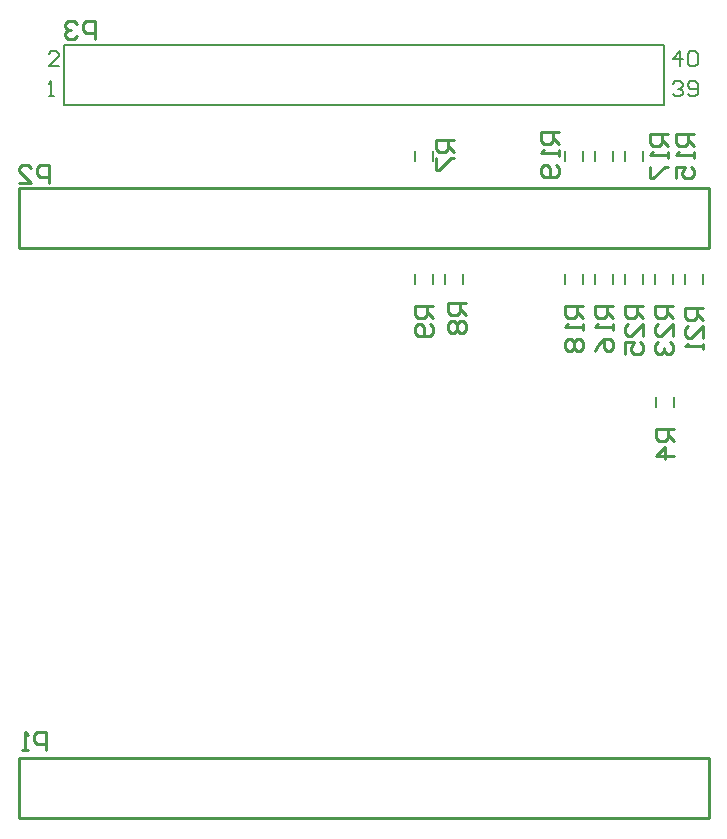
<source format=gbo>
G04*
G04 #@! TF.GenerationSoftware,Altium Limited,Altium Designer,20.0.7 (75)*
G04*
G04 Layer_Color=32896*
%FSLAX44Y44*%
%MOMM*%
G71*
G01*
G75*
%ADD10C,0.2000*%
%ADD11C,0.2540*%
%ADD42C,0.2032*%
D10*
X222250Y609600D02*
X730250D01*
X222250Y660400D02*
X730250D01*
X222250Y609600D02*
Y660400D01*
X730250Y609600D02*
Y660400D01*
X724020Y354140D02*
Y362140D01*
X739020Y354140D02*
Y362140D01*
X671950Y458280D02*
Y466280D01*
X686950Y458280D02*
Y466280D01*
X646550Y458280D02*
Y466280D01*
X661550Y458280D02*
Y466280D01*
X646550Y562420D02*
Y570420D01*
X661550Y562420D02*
Y570420D01*
X671950Y562420D02*
Y570420D01*
X686950Y562420D02*
Y570420D01*
X697350Y562420D02*
Y570420D01*
X712350Y562420D02*
Y570420D01*
X763150Y458280D02*
Y466280D01*
X748150Y458280D02*
Y466280D01*
X737750Y458280D02*
Y466280D01*
X722750Y458280D02*
Y466280D01*
X712350Y458280D02*
Y466280D01*
X697350Y458280D02*
Y466280D01*
X534550Y562420D02*
Y570420D01*
X519550Y562420D02*
Y570420D01*
X559950Y458280D02*
Y466280D01*
X544950Y458280D02*
Y466280D01*
X519550Y458280D02*
Y466280D01*
X534550Y458280D02*
Y466280D01*
D11*
X184150Y6350D02*
Y57150D01*
X768350D01*
Y6350D02*
Y57150D01*
X184150Y6350D02*
X768350Y6350D01*
X184150Y488950D02*
X768350Y488950D01*
Y539750D01*
X184150D02*
X768350D01*
X184150Y488950D02*
Y539750D01*
X209546Y543563D02*
Y558797D01*
X201928D01*
X199389Y556258D01*
Y551180D01*
X201928Y548641D01*
X209546D01*
X184154Y543563D02*
X194311D01*
X184154Y553719D01*
Y556258D01*
X186693Y558797D01*
X191772D01*
X194311Y556258D01*
X207007Y63502D02*
Y78738D01*
X199389D01*
X196850Y76198D01*
Y71120D01*
X199389Y68581D01*
X207007D01*
X191772Y63502D02*
X186693D01*
X189232D01*
Y78738D01*
X191772Y76198D01*
X712467Y439413D02*
X697233D01*
Y431796D01*
X699772Y429257D01*
X704850D01*
X707389Y431796D01*
Y439413D01*
Y434335D02*
X712467Y429257D01*
Y414022D02*
Y424178D01*
X702311Y414022D01*
X699772D01*
X697233Y416561D01*
Y421639D01*
X699772Y424178D01*
X697233Y398787D02*
Y408943D01*
X704850D01*
X702311Y403865D01*
Y401326D01*
X704850Y398787D01*
X709928D01*
X712467Y401326D01*
Y406404D01*
X709928Y408943D01*
X737868Y439413D02*
X722632D01*
Y431796D01*
X725172Y429257D01*
X730250D01*
X732789Y431796D01*
Y439413D01*
Y434335D02*
X737868Y429257D01*
Y414022D02*
Y424178D01*
X727711Y414022D01*
X725172D01*
X722632Y416561D01*
Y421639D01*
X725172Y424178D01*
Y408943D02*
X722632Y406404D01*
Y401326D01*
X725172Y398787D01*
X727711D01*
X730250Y401326D01*
Y403865D01*
Y401326D01*
X732789Y398787D01*
X735328D01*
X737868Y401326D01*
Y406404D01*
X735328Y408943D01*
X763268Y438144D02*
X748032D01*
Y430527D01*
X750572Y427988D01*
X755650D01*
X758189Y430527D01*
Y438144D01*
Y433066D02*
X763268Y427988D01*
Y412752D02*
Y422909D01*
X753111Y412752D01*
X750572D01*
X748032Y415292D01*
Y420370D01*
X750572Y422909D01*
X763268Y407674D02*
Y402596D01*
Y405135D01*
X748032D01*
X750572Y407674D01*
X641348Y586734D02*
X626113D01*
Y579116D01*
X628652Y576577D01*
X633730D01*
X636269Y579116D01*
Y586734D01*
Y581656D02*
X641348Y576577D01*
Y571499D02*
Y566420D01*
Y568960D01*
X626113D01*
X628652Y571499D01*
X638808Y558803D02*
X641348Y556264D01*
Y551185D01*
X638808Y548646D01*
X628652D01*
X626113Y551185D01*
Y556264D01*
X628652Y558803D01*
X631191D01*
X633730Y556264D01*
Y548646D01*
X661667Y439414D02*
X646432D01*
Y431796D01*
X648972Y429257D01*
X654050D01*
X656589Y431796D01*
Y439414D01*
Y434336D02*
X661667Y429257D01*
Y424179D02*
Y419100D01*
Y421640D01*
X646432D01*
X648972Y424179D01*
Y411483D02*
X646432Y408944D01*
Y403865D01*
X648972Y401326D01*
X651511D01*
X654050Y403865D01*
X656589Y401326D01*
X659128D01*
X661667Y403865D01*
Y408944D01*
X659128Y411483D01*
X656589D01*
X654050Y408944D01*
X651511Y411483D01*
X648972D01*
X654050Y408944D02*
Y403865D01*
X734057Y585464D02*
X718822D01*
Y577846D01*
X721362Y575307D01*
X726440D01*
X728979Y577846D01*
Y585464D01*
Y580386D02*
X734057Y575307D01*
Y570229D02*
Y565150D01*
Y567690D01*
X718822D01*
X721362Y570229D01*
X718822Y557533D02*
Y547376D01*
X721362D01*
X731518Y557533D01*
X734057D01*
X687067Y439414D02*
X671832D01*
Y431796D01*
X674372Y429257D01*
X679450D01*
X681989Y431796D01*
Y439414D01*
Y434336D02*
X687067Y429257D01*
Y424179D02*
Y419100D01*
Y421640D01*
X671832D01*
X674372Y424179D01*
X671832Y401326D02*
X674372Y406404D01*
X679450Y411483D01*
X684528D01*
X687067Y408944D01*
Y403865D01*
X684528Y401326D01*
X681989D01*
X679450Y403865D01*
Y411483D01*
X755768Y585464D02*
X740533D01*
Y577846D01*
X743072Y575307D01*
X748150D01*
X750689Y577846D01*
Y585464D01*
Y580386D02*
X755768Y575307D01*
Y570229D02*
Y565150D01*
Y567690D01*
X740533D01*
X743072Y570229D01*
X740533Y547376D02*
Y557533D01*
X748150D01*
X745611Y552454D01*
Y549915D01*
X748150Y547376D01*
X753228D01*
X755768Y549915D01*
Y554994D01*
X753228Y557533D01*
X534668Y439416D02*
X519432D01*
Y431798D01*
X521972Y429259D01*
X527050D01*
X529589Y431798D01*
Y439416D01*
Y434338D02*
X534668Y429259D01*
X532128Y424181D02*
X534668Y421642D01*
Y416563D01*
X532128Y414024D01*
X521972D01*
X519432Y416563D01*
Y421642D01*
X521972Y424181D01*
X524511D01*
X527050Y421642D01*
Y414024D01*
X562607Y441956D02*
X547373D01*
Y434338D01*
X549912Y431799D01*
X554990D01*
X557529Y434338D01*
Y441956D01*
Y436878D02*
X562607Y431799D01*
X549912Y426721D02*
X547373Y424182D01*
Y419103D01*
X549912Y416564D01*
X552451D01*
X554990Y419103D01*
X557529Y416564D01*
X560068D01*
X562607Y419103D01*
Y424182D01*
X560068Y426721D01*
X557529D01*
X554990Y424182D01*
X552451Y426721D01*
X549912D01*
X554990Y424182D02*
Y419103D01*
X552567Y579846D02*
X537332D01*
Y572228D01*
X539872Y569689D01*
X544950D01*
X547489Y572228D01*
Y579846D01*
Y574767D02*
X552567Y569689D01*
X537332Y564611D02*
Y554454D01*
X539872D01*
X550028Y564611D01*
X552567D01*
X739137Y335276D02*
X723903D01*
Y327658D01*
X726442Y325119D01*
X731520D01*
X734059Y327658D01*
Y335276D01*
Y330197D02*
X739137Y325119D01*
Y312423D02*
X723903D01*
X731520Y320041D01*
Y309884D01*
X248916Y665482D02*
Y680717D01*
X241298D01*
X238759Y678178D01*
Y673100D01*
X241298Y670561D01*
X248916D01*
X233681Y678178D02*
X231142Y680717D01*
X226063D01*
X223524Y678178D01*
Y675639D01*
X226063Y673100D01*
X228603D01*
X226063D01*
X223524Y670561D01*
Y668022D01*
X226063Y665482D01*
X231142D01*
X233681Y668022D01*
D42*
X209550Y617220D02*
X213782D01*
X211666D01*
Y629916D01*
X209550Y627800D01*
X218014Y642620D02*
X209550D01*
X218014Y651084D01*
Y653200D01*
X215898Y655316D01*
X211666D01*
X209550Y653200D01*
X744218Y642620D02*
Y655316D01*
X737870Y648968D01*
X746334D01*
X750566Y653200D02*
X752682Y655316D01*
X756914D01*
X759030Y653200D01*
Y644736D01*
X756914Y642620D01*
X752682D01*
X750566Y644736D01*
Y653200D01*
X737870Y627800D02*
X739986Y629916D01*
X744218D01*
X746334Y627800D01*
Y625684D01*
X744218Y623568D01*
X742102D01*
X744218D01*
X746334Y621452D01*
Y619336D01*
X744218Y617220D01*
X739986D01*
X737870Y619336D01*
X750566D02*
X752682Y617220D01*
X756914D01*
X759030Y619336D01*
Y627800D01*
X756914Y629916D01*
X752682D01*
X750566Y627800D01*
Y625684D01*
X752682Y623568D01*
X759030D01*
M02*

</source>
